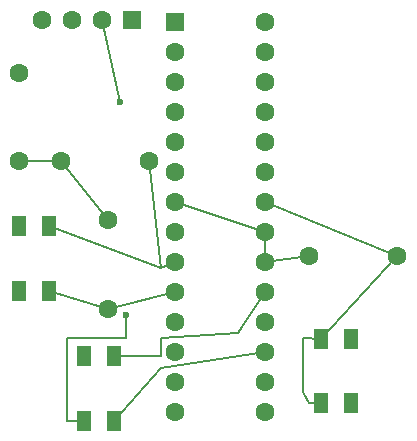
<source format=gbr>
%TF.GenerationSoftware,KiCad,Pcbnew,9.0.7*%
%TF.CreationDate,2026-02-11T23:59:08+05:30*%
%TF.ProjectId,simple MCU board,73696d70-6c65-4204-9d43-5520626f6172,rev?*%
%TF.SameCoordinates,Original*%
%TF.FileFunction,Copper,L1,Top*%
%TF.FilePolarity,Positive*%
%FSLAX46Y46*%
G04 Gerber Fmt 4.6, Leading zero omitted, Abs format (unit mm)*
G04 Created by KiCad (PCBNEW 9.0.7) date 2026-02-11 23:59:08*
%MOMM*%
%LPD*%
G01*
G04 APERTURE LIST*
G04 Aperture macros list*
%AMRoundRect*
0 Rectangle with rounded corners*
0 $1 Rounding radius*
0 $2 $3 $4 $5 $6 $7 $8 $9 X,Y pos of 4 corners*
0 Add a 4 corners polygon primitive as box body*
4,1,4,$2,$3,$4,$5,$6,$7,$8,$9,$2,$3,0*
0 Add four circle primitives for the rounded corners*
1,1,$1+$1,$2,$3*
1,1,$1+$1,$4,$5*
1,1,$1+$1,$6,$7*
1,1,$1+$1,$8,$9*
0 Add four rect primitives between the rounded corners*
20,1,$1+$1,$2,$3,$4,$5,0*
20,1,$1+$1,$4,$5,$6,$7,0*
20,1,$1+$1,$6,$7,$8,$9,0*
20,1,$1+$1,$8,$9,$2,$3,0*%
G04 Aperture macros list end*
%TA.AperFunction,SMDPad,CuDef*%
%ADD10R,1.270000X1.680000*%
%TD*%
%TA.AperFunction,ComponentPad*%
%ADD11RoundRect,0.250000X-0.550000X-0.550000X0.550000X-0.550000X0.550000X0.550000X-0.550000X0.550000X0*%
%TD*%
%TA.AperFunction,ComponentPad*%
%ADD12C,1.600000*%
%TD*%
%TA.AperFunction,ComponentPad*%
%ADD13R,1.600000X1.600000*%
%TD*%
%TA.AperFunction,ViaPad*%
%ADD14C,0.600000*%
%TD*%
%TA.AperFunction,Conductor*%
%ADD15C,0.200000*%
%TD*%
G04 APERTURE END LIST*
D10*
%TO.P,SW1,1,1*%
%TO.N,GND*%
X124000000Y-99010000D03*
%TO.P,SW1,2,2*%
X124000000Y-104450000D03*
%TO.P,SW1,3*%
%TO.N,N/C*%
X126540000Y-99010000D03*
%TO.P,SW1,4*%
X126540000Y-104450000D03*
%TD*%
D11*
%TO.P,U1,1,~{RESET}/PC6*%
%TO.N,GND*%
X111710000Y-72190000D03*
D12*
%TO.P,U1,2,PD0*%
%TO.N,unconnected-(U1-PD0-Pad2)*%
X111710000Y-74730000D03*
%TO.P,U1,3,PD1*%
%TO.N,unconnected-(U1-PD1-Pad3)*%
X111710000Y-77270000D03*
%TO.P,U1,4,PD2*%
%TO.N,unconnected-(U1-PD2-Pad4)*%
X111710000Y-79810000D03*
%TO.P,U1,5,PD3*%
%TO.N,unconnected-(U1-PD3-Pad5)*%
X111710000Y-82350000D03*
%TO.P,U1,6,PD4*%
%TO.N,unconnected-(U1-PD4-Pad6)*%
X111710000Y-84890000D03*
%TO.P,U1,7,VCC*%
%TO.N,+5V*%
X111710000Y-87430000D03*
%TO.P,U1,8,GND*%
%TO.N,GND*%
X111710000Y-89970000D03*
%TO.P,U1,9,XTAL1/PB6*%
%TO.N,Net-(U1-XTAL1{slash}PB6)*%
X111710000Y-92510000D03*
%TO.P,U1,10,XTAL2/PB7*%
%TO.N,Net-(U1-XTAL2{slash}PB7)*%
X111710000Y-95050000D03*
%TO.P,U1,11,PD5*%
%TO.N,unconnected-(U1-PD5-Pad11)*%
X111710000Y-97590000D03*
%TO.P,U1,12,PD6*%
%TO.N,unconnected-(U1-PD6-Pad12)*%
X111710000Y-100130000D03*
%TO.P,U1,13,PD7*%
%TO.N,unconnected-(U1-PD7-Pad13)*%
X111710000Y-102670000D03*
%TO.P,U1,14,PB0*%
%TO.N,unconnected-(U1-PB0-Pad14)*%
X111710000Y-105210000D03*
%TO.P,U1,15,PB1*%
%TO.N,unconnected-(U1-PB1-Pad15)*%
X119330000Y-105210000D03*
%TO.P,U1,16,PB2*%
%TO.N,unconnected-(U1-PB2-Pad16)*%
X119330000Y-102670000D03*
%TO.P,U1,17,PB3*%
%TO.N,Net-(J1-Pin_4)*%
X119330000Y-100130000D03*
%TO.P,U1,18,PB4*%
%TO.N,Net-(J1-Pin_1)*%
X119330000Y-97590000D03*
%TO.P,U1,19,PB5*%
%TO.N,Net-(J1-Pin_3)*%
X119330000Y-95050000D03*
%TO.P,U1,20,AVCC*%
%TO.N,+5V*%
X119330000Y-92510000D03*
%TO.P,U1,21,AREF*%
X119330000Y-89970000D03*
%TO.P,U1,22,GND*%
%TO.N,GND*%
X119330000Y-87430000D03*
%TO.P,U1,23,PC0*%
%TO.N,unconnected-(U1-PC0-Pad23)*%
X119330000Y-84890000D03*
%TO.P,U1,24,PC1*%
%TO.N,unconnected-(U1-PC1-Pad24)*%
X119330000Y-82350000D03*
%TO.P,U1,25,PC2*%
%TO.N,unconnected-(U1-PC2-Pad25)*%
X119330000Y-79810000D03*
%TO.P,U1,26,PC3*%
%TO.N,unconnected-(U1-PC3-Pad26)*%
X119330000Y-77270000D03*
%TO.P,U1,27,PC4*%
%TO.N,unconnected-(U1-PC4-Pad27)*%
X119330000Y-74730000D03*
%TO.P,U1,28,PC5*%
%TO.N,unconnected-(U1-PC5-Pad28)*%
X119330000Y-72190000D03*
%TD*%
D13*
%TO.P,10K1,1*%
%TO.N,unconnected-(10K1-Pad1)*%
X108000000Y-72000000D03*
D12*
%TO.P,10K1,2*%
%TO.N,+5V*%
X105460000Y-72000000D03*
%TO.P,10K1,3*%
%TO.N,N/C*%
X102920000Y-72000000D03*
%TO.P,10K1,mmmmmmmm*%
X100380000Y-72000000D03*
%TD*%
D10*
%TO.P,J1,1,Pin_1*%
%TO.N,Net-(J1-Pin_1)*%
X103960000Y-100510000D03*
%TO.P,J1,2,Pin_2*%
%TO.N,+5V*%
X103960000Y-105950000D03*
%TO.P,J1,3,Pin_3*%
%TO.N,Net-(J1-Pin_3)*%
X106500000Y-100510000D03*
%TO.P,J1,4,Pin_4*%
%TO.N,Net-(J1-Pin_4)*%
X106500000Y-105950000D03*
%TD*%
D12*
%TO.P,22pF1,1*%
%TO.N,Net-(U1-XTAL1{slash}PB6)*%
X109500000Y-84000000D03*
%TO.P,22pF1,2*%
%TO.N,GND*%
X102000000Y-84000000D03*
%TD*%
%TO.P,0.1uF1,1*%
%TO.N,+5V*%
X98500000Y-76500000D03*
%TO.P,0.1uF1,2*%
%TO.N,GND*%
X98500000Y-84000000D03*
%TD*%
%TO.P,0.1uF2,1*%
%TO.N,+5V*%
X123000000Y-92000000D03*
%TO.P,0.1uF2,2*%
%TO.N,GND*%
X130500000Y-92000000D03*
%TD*%
%TO.P,22pF2,1*%
%TO.N,Net-(U1-XTAL2{slash}PB7)*%
X106000000Y-96500000D03*
%TO.P,22pF2,2*%
%TO.N,GND*%
X106000000Y-89000000D03*
%TD*%
D10*
%TO.P,XTAL1,1*%
%TO.N,Net-(U1-XTAL2{slash}PB7)*%
X101000000Y-94950000D03*
%TO.P,XTAL1,2*%
%TO.N,Net-(U1-XTAL1{slash}PB6)*%
X101000000Y-89510000D03*
%TO.P,XTAL1,3*%
%TO.N,N/C*%
X98460000Y-94950000D03*
%TO.P,XTAL1,4*%
X98460000Y-89510000D03*
%TD*%
D14*
%TO.N,+5V*%
X107500000Y-97000000D03*
X107000000Y-79000000D03*
%TD*%
D15*
%TO.N,GND*%
X123000000Y-104500000D02*
X122500000Y-103500000D01*
X130500000Y-92000000D02*
X124000000Y-99010000D01*
X130500000Y-92000000D02*
X119330000Y-87430000D01*
X102000000Y-84000000D02*
X106000000Y-89000000D01*
X124000000Y-104450000D02*
X123000000Y-104500000D01*
X98500000Y-84000000D02*
X102000000Y-84000000D01*
X122500000Y-103500000D02*
X122500000Y-99000000D01*
X122500000Y-99000000D02*
X124000000Y-99010000D01*
%TO.N,+5V*%
X107500000Y-99000000D02*
X107500000Y-97000000D01*
X111710000Y-87430000D02*
X119330000Y-89970000D01*
X102500000Y-99000000D02*
X107500000Y-99000000D01*
X102500000Y-106000000D02*
X102500000Y-99000000D01*
X119330000Y-89970000D02*
X119330000Y-92510000D01*
X119330000Y-92510000D02*
X123000000Y-92000000D01*
X107000000Y-79000000D02*
X105460000Y-72000000D01*
X103960000Y-105950000D02*
X102500000Y-106000000D01*
%TO.N,Net-(U1-XTAL1{slash}PB6)*%
X110500000Y-93000000D02*
X111710000Y-92510000D01*
X109500000Y-84000000D02*
X110500000Y-93000000D01*
X110500000Y-93000000D02*
X101000000Y-89510000D01*
%TO.N,Net-(U1-XTAL2{slash}PB7)*%
X106000000Y-96500000D02*
X101000000Y-94950000D01*
X106000000Y-96500000D02*
X111710000Y-95050000D01*
%TO.N,Net-(J1-Pin_3)*%
X117000000Y-98500000D02*
X119330000Y-95050000D01*
X110500000Y-99000000D02*
X117000000Y-98500000D01*
X106500000Y-100510000D02*
X110500000Y-100500000D01*
X110500000Y-100500000D02*
X110500000Y-99000000D01*
%TO.N,Net-(J1-Pin_4)*%
X106500000Y-105950000D02*
X110500000Y-101500000D01*
X110500000Y-101500000D02*
X119330000Y-100130000D01*
%TD*%
M02*

</source>
